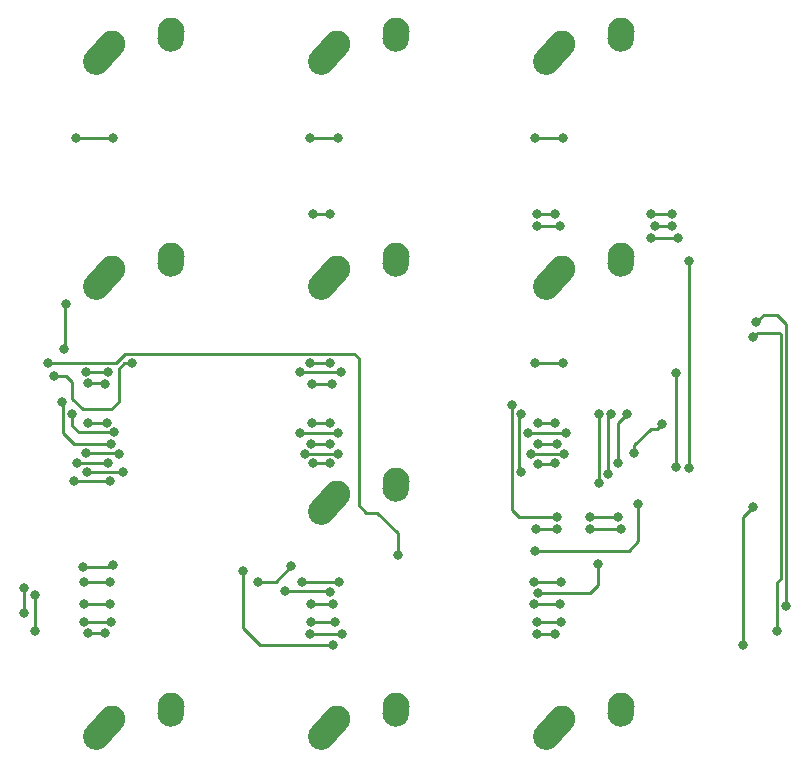
<source format=gbl>
G04 #@! TF.GenerationSoftware,KiCad,Pcbnew,(6.0.9)*
G04 #@! TF.CreationDate,2022-12-29T20:25:28-06:00*
G04 #@! TF.ProjectId,Navigation Keys,4e617669-6761-4746-996f-6e204b657973,rev?*
G04 #@! TF.SameCoordinates,Original*
G04 #@! TF.FileFunction,Copper,L2,Bot*
G04 #@! TF.FilePolarity,Positive*
%FSLAX46Y46*%
G04 Gerber Fmt 4.6, Leading zero omitted, Abs format (unit mm)*
G04 Created by KiCad (PCBNEW (6.0.9)) date 2022-12-29 20:25:28*
%MOMM*%
%LPD*%
G01*
G04 APERTURE LIST*
G04 Aperture macros list*
%AMHorizOval*
0 Thick line with rounded ends*
0 $1 width*
0 $2 $3 position (X,Y) of the first rounded end (center of the circle)*
0 $4 $5 position (X,Y) of the second rounded end (center of the circle)*
0 Add line between two ends*
20,1,$1,$2,$3,$4,$5,0*
0 Add two circle primitives to create the rounded ends*
1,1,$1,$2,$3*
1,1,$1,$4,$5*%
G04 Aperture macros list end*
G04 #@! TA.AperFunction,ComponentPad*
%ADD10C,2.250000*%
G04 #@! TD*
G04 #@! TA.AperFunction,ComponentPad*
%ADD11HorizOval,2.250000X0.655001X0.730000X-0.655001X-0.730000X0*%
G04 #@! TD*
G04 #@! TA.AperFunction,ComponentPad*
%ADD12HorizOval,2.250000X0.020000X0.290000X-0.020000X-0.290000X0*%
G04 #@! TD*
G04 #@! TA.AperFunction,ViaPad*
%ADD13C,0.800000*%
G04 #@! TD*
G04 #@! TA.AperFunction,Conductor*
%ADD14C,0.250000*%
G04 #@! TD*
G04 APERTURE END LIST*
D10*
X188793750Y-123793750D03*
D11*
X188138751Y-124523750D03*
D12*
X193813750Y-123003750D03*
D10*
X193833750Y-122713750D03*
X150693750Y-66643750D03*
D11*
X150038751Y-67373750D03*
D12*
X155713750Y-65853750D03*
D10*
X155733750Y-65563750D03*
D11*
X188138751Y-67373750D03*
D10*
X188793750Y-66643750D03*
D12*
X193813750Y-65853750D03*
D10*
X193833750Y-65563750D03*
D11*
X169088751Y-67373750D03*
D10*
X169743750Y-66643750D03*
X174783750Y-65563750D03*
D12*
X174763750Y-65853750D03*
D10*
X150693750Y-123793750D03*
D11*
X150038751Y-124523750D03*
D12*
X155713750Y-123003750D03*
D10*
X155733750Y-122713750D03*
D11*
X150038751Y-86423750D03*
D10*
X150693750Y-85693750D03*
X155733750Y-84613750D03*
D12*
X155713750Y-84903750D03*
D11*
X169088751Y-86423750D03*
D10*
X169743750Y-85693750D03*
D12*
X174763750Y-84903750D03*
D10*
X174783750Y-84613750D03*
D11*
X188138751Y-86423750D03*
D10*
X188793750Y-85693750D03*
D12*
X193813750Y-84903750D03*
D10*
X193833750Y-84613750D03*
D11*
X169088751Y-105473750D03*
D10*
X169743750Y-104743750D03*
X174783750Y-103663750D03*
D12*
X174763750Y-103953750D03*
D11*
X169088751Y-124523750D03*
D10*
X169743750Y-123793750D03*
D12*
X174763750Y-123003750D03*
D10*
X174783750Y-122713750D03*
D13*
X186531250Y-74612500D03*
X199517000Y-84963000D03*
X147637500Y-74612500D03*
X146812000Y-88646000D03*
X167481250Y-74612500D03*
X146680701Y-92460299D03*
X169862500Y-74612500D03*
X199517000Y-102489000D03*
X188912500Y-74612500D03*
X150812500Y-74612500D03*
X167481250Y-93662500D03*
X169158250Y-93662500D03*
X198437500Y-94456250D03*
X188912500Y-93662500D03*
X152400000Y-93662500D03*
X186531250Y-93662500D03*
X145796000Y-94742000D03*
X198437500Y-102443250D03*
X186531250Y-109537500D03*
X195262500Y-105568750D03*
X145288000Y-93599000D03*
X174879000Y-109855000D03*
X204089000Y-117475000D03*
X204978000Y-105791000D03*
X169418000Y-114046000D03*
X148336000Y-114046000D03*
X167513000Y-114046000D03*
X186436000Y-114046000D03*
X150495000Y-114046000D03*
X188595000Y-114046000D03*
X188722000Y-115570000D03*
X207776299Y-114177299D03*
X143256000Y-112649000D03*
X148336000Y-115570000D03*
X143256000Y-114808000D03*
X186690000Y-115570000D03*
X205232000Y-90170000D03*
X167513000Y-115570000D03*
X169545000Y-115570000D03*
X150622000Y-115570000D03*
X170180000Y-116586000D03*
X186690000Y-116586000D03*
X204978000Y-91443250D03*
X167456326Y-116567894D03*
X144145000Y-116294500D03*
X188214000Y-116586000D03*
X150108250Y-116515788D03*
X144145000Y-113321500D03*
X148659250Y-116515788D03*
X207010000Y-116294500D03*
X167709250Y-81026000D03*
X196342000Y-81026000D03*
X198146000Y-81042497D03*
X186690000Y-81026000D03*
X169158250Y-81026000D03*
X188208250Y-81026000D03*
X163068000Y-112141000D03*
X188595000Y-82042000D03*
X198146000Y-82042000D03*
X148336000Y-112141000D03*
X186690000Y-82042000D03*
X165866299Y-110866701D03*
X150495000Y-112141000D03*
X196697000Y-82042000D03*
X169418000Y-117475000D03*
X161798000Y-111252000D03*
X148209000Y-110871000D03*
X150749000Y-110744000D03*
X198628000Y-83058000D03*
X196342000Y-83058000D03*
X147447000Y-103632000D03*
X191897000Y-97954500D03*
X169164000Y-113030000D03*
X186759250Y-113086788D03*
X191897000Y-103759000D03*
X150495000Y-103632000D03*
X191829200Y-110676200D03*
X165354000Y-112903000D03*
X192659000Y-102997000D03*
X186436000Y-112141000D03*
X169926000Y-112141000D03*
X166751000Y-112141000D03*
X151638000Y-102870000D03*
X192913000Y-97917000D03*
X148590000Y-102870000D03*
X188722000Y-112141000D03*
X169158250Y-102113099D03*
X150368000Y-102108000D03*
X147701000Y-102108000D03*
X188214000Y-102108000D03*
X194310000Y-97954500D03*
X186736424Y-102177636D03*
X167709250Y-102108000D03*
X193548000Y-102070500D03*
X167005000Y-101346000D03*
X148463000Y-101219000D03*
X197231000Y-98806000D03*
X186182000Y-101346000D03*
X188976000Y-101346000D03*
X169799000Y-101346000D03*
X194940701Y-101223299D03*
X151257000Y-101346000D03*
X167640000Y-98679000D03*
X150241000Y-98679000D03*
X186759250Y-98679000D03*
X169164000Y-98679000D03*
X188214000Y-98679000D03*
X148659250Y-98679000D03*
X147320000Y-97994250D03*
X150880866Y-99446839D03*
X189103000Y-99568000D03*
X169799000Y-99568000D03*
X166624000Y-99568000D03*
X185928000Y-99568000D03*
X146431000Y-96901000D03*
X150622000Y-100457000D03*
X169164000Y-100457000D03*
X167513000Y-100457000D03*
X188341000Y-100457000D03*
X186759250Y-100457000D03*
X169291000Y-95377000D03*
X167640000Y-95377000D03*
X150114000Y-95377000D03*
X184568500Y-97227774D03*
X193548000Y-106680000D03*
X188341000Y-106680000D03*
X148659250Y-95341045D03*
X191172500Y-106680000D03*
X170053000Y-94387000D03*
X185293000Y-102902136D03*
X191135000Y-107696000D03*
X193802000Y-107696000D03*
X148463000Y-94361000D03*
X188341000Y-107696000D03*
X186563000Y-107696000D03*
X166624000Y-94387000D03*
X185293000Y-97954500D03*
X150342000Y-94387000D03*
D14*
X146685000Y-88773000D02*
X146812000Y-88646000D01*
X199517000Y-85217000D02*
X199517000Y-84963000D01*
X188912500Y-74612500D02*
X186531250Y-74612500D01*
X146680701Y-92460299D02*
X146685000Y-92456000D01*
X146685000Y-92456000D02*
X146685000Y-89535000D01*
X147637500Y-74612500D02*
X150812500Y-74612500D01*
X169862500Y-74612500D02*
X167481250Y-74612500D01*
X199517000Y-102489000D02*
X199517000Y-85217000D01*
X146685000Y-89535000D02*
X146685000Y-88773000D01*
X151257000Y-96901000D02*
X151257000Y-96012000D01*
X169158250Y-93662500D02*
X167481250Y-93662500D01*
X151257000Y-96012000D02*
X151257000Y-94107000D01*
X148209000Y-97536000D02*
X148590000Y-97536000D01*
X151701500Y-93662500D02*
X152400000Y-93662500D01*
X147320000Y-95250000D02*
X147320000Y-96647000D01*
X148590000Y-97536000D02*
X150622000Y-97536000D01*
X147320000Y-96647000D02*
X148209000Y-97536000D01*
X150622000Y-97536000D02*
X151257000Y-96901000D01*
X146812000Y-94742000D02*
X147066000Y-94996000D01*
X198437500Y-102443250D02*
X198437500Y-94456250D01*
X188912500Y-93662500D02*
X186531250Y-93662500D01*
X145796000Y-94742000D02*
X146812000Y-94742000D01*
X151257000Y-94107000D02*
X151701500Y-93662500D01*
X147066000Y-94996000D02*
X147320000Y-95250000D01*
X171577000Y-105664000D02*
X172212000Y-106299000D01*
X171196000Y-92837000D02*
X171577000Y-93218000D01*
X171577000Y-93218000D02*
X171577000Y-105664000D01*
X151765000Y-92837000D02*
X156464000Y-92837000D01*
X172212000Y-106299000D02*
X172974000Y-106299000D01*
X151257000Y-93345000D02*
X151765000Y-92837000D01*
X174879000Y-108028867D02*
X174879000Y-109093000D01*
X156464000Y-92837000D02*
X171196000Y-92837000D01*
X145288000Y-93599000D02*
X151003000Y-93599000D01*
X174879000Y-109093000D02*
X174879000Y-109855000D01*
X173149133Y-106299000D02*
X174879000Y-108028867D01*
X195262500Y-108743750D02*
X194468750Y-109537500D01*
X194468750Y-109537500D02*
X186531250Y-109537500D01*
X172974000Y-106299000D02*
X173149133Y-106299000D01*
X195262500Y-105568750D02*
X195262500Y-108743750D01*
X151003000Y-93599000D02*
X151257000Y-93345000D01*
X204978000Y-105791000D02*
X204089000Y-106680000D01*
X204089000Y-106680000D02*
X204089000Y-117475000D01*
X204089000Y-117602000D02*
X204089000Y-117475000D01*
X188595000Y-114046000D02*
X186436000Y-114046000D01*
X169418000Y-114046000D02*
X167513000Y-114046000D01*
X150495000Y-114046000D02*
X148336000Y-114046000D01*
X205232000Y-90170000D02*
X205867000Y-89535000D01*
X186690000Y-115570000D02*
X188722000Y-115570000D01*
X167513000Y-115570000D02*
X169545000Y-115570000D01*
X205867000Y-89535000D02*
X207010000Y-89535000D01*
X207776299Y-90301299D02*
X207776299Y-114177299D01*
X148336000Y-115570000D02*
X150622000Y-115570000D01*
X207010000Y-89535000D02*
X207776299Y-90301299D01*
X143256000Y-112649000D02*
X143256000Y-114808000D01*
X170161894Y-116567894D02*
X170180000Y-116586000D01*
X207326299Y-91186000D02*
X207326299Y-111887000D01*
X144145000Y-113321500D02*
X144145000Y-116078000D01*
X205362250Y-91059000D02*
X207199299Y-91059000D01*
X204978000Y-91443250D02*
X205362250Y-91059000D01*
X207199299Y-91059000D02*
X207326299Y-91186000D01*
X207010000Y-112203299D02*
X207010000Y-116294500D01*
X148659250Y-116515788D02*
X150057212Y-116515788D01*
X144145000Y-116078000D02*
X144145000Y-116294500D01*
X186690000Y-116586000D02*
X188214000Y-116586000D01*
X207326299Y-111887000D02*
X207010000Y-112203299D01*
X167456326Y-116567894D02*
X170161894Y-116567894D01*
X198146000Y-81042497D02*
X196358497Y-81042497D01*
X196358497Y-81042497D02*
X196342000Y-81026000D01*
X169158250Y-81026000D02*
X167709250Y-81026000D01*
X188208250Y-81026000D02*
X186690000Y-81026000D01*
X148336000Y-112141000D02*
X150495000Y-112141000D01*
X188595000Y-82042000D02*
X186690000Y-82042000D01*
X163068000Y-112141000D02*
X164592000Y-112141000D01*
X198146000Y-82042000D02*
X196697000Y-82042000D01*
X164592000Y-112141000D02*
X165866299Y-110866701D01*
X163068000Y-117348000D02*
X163195000Y-117475000D01*
X163195000Y-117475000D02*
X169418000Y-117475000D01*
X148209000Y-110871000D02*
X150622000Y-110871000D01*
X161798000Y-116078000D02*
X163068000Y-117348000D01*
X161798000Y-111252000D02*
X161798000Y-116078000D01*
X150622000Y-110871000D02*
X150749000Y-110744000D01*
X198628000Y-83058000D02*
X196342000Y-83058000D01*
X191897000Y-97954500D02*
X191897000Y-103759000D01*
X186759250Y-113086788D02*
X191196612Y-113086788D01*
X147447000Y-103632000D02*
X150495000Y-103632000D01*
X169037000Y-112903000D02*
X169164000Y-113030000D01*
X191829200Y-110676200D02*
X191829200Y-112454200D01*
X165354000Y-112903000D02*
X169037000Y-112903000D01*
X191196612Y-113086788D02*
X191829200Y-112454200D01*
X188722000Y-112141000D02*
X186436000Y-112141000D01*
X192913000Y-97917000D02*
X192659000Y-98171000D01*
X192659000Y-98171000D02*
X192659000Y-102997000D01*
X151638000Y-102870000D02*
X148590000Y-102870000D01*
X169926000Y-112141000D02*
X166751000Y-112141000D01*
X167709250Y-102108000D02*
X169153151Y-102108000D01*
X147701000Y-102108000D02*
X150368000Y-102108000D01*
X169153151Y-102108000D02*
X169158250Y-102113099D01*
X193548000Y-98716500D02*
X194310000Y-97954500D01*
X186736424Y-102177636D02*
X188144364Y-102177636D01*
X188144364Y-102177636D02*
X188214000Y-102108000D01*
X193548000Y-102070500D02*
X193548000Y-98716500D01*
X151130000Y-101219000D02*
X151257000Y-101346000D01*
X148463000Y-101219000D02*
X151130000Y-101219000D01*
X167005000Y-101346000D02*
X169799000Y-101346000D01*
X186182000Y-101346000D02*
X188976000Y-101346000D01*
X194940701Y-100588299D02*
X194940701Y-101223299D01*
X196850000Y-99187000D02*
X196342000Y-99187000D01*
X196342000Y-99187000D02*
X194940701Y-100588299D01*
X197231000Y-98806000D02*
X196850000Y-99187000D01*
X186759250Y-98679000D02*
X188214000Y-98679000D01*
X167640000Y-98679000D02*
X169164000Y-98679000D01*
X148659250Y-98679000D02*
X150241000Y-98679000D01*
X147320000Y-98933000D02*
X147320000Y-98298000D01*
X150880866Y-99446839D02*
X147833839Y-99446839D01*
X147701000Y-99314000D02*
X147320000Y-98933000D01*
X147320000Y-98298000D02*
X147320000Y-97994250D01*
X169799000Y-99568000D02*
X166624000Y-99568000D01*
X147833839Y-99446839D02*
X147701000Y-99314000D01*
X189103000Y-99568000D02*
X185928000Y-99568000D01*
X150880866Y-99446839D02*
X150877277Y-99443250D01*
X146812000Y-99822000D02*
X146558000Y-99568000D01*
X150622000Y-100457000D02*
X147447000Y-100457000D01*
X188341000Y-100457000D02*
X186759250Y-100457000D01*
X169164000Y-100457000D02*
X167513000Y-100457000D01*
X146558000Y-99568000D02*
X146558000Y-97028000D01*
X146558000Y-97028000D02*
X146431000Y-96901000D01*
X147447000Y-100457000D02*
X146812000Y-99822000D01*
X185166000Y-106680000D02*
X184568500Y-106082500D01*
X193548000Y-106680000D02*
X191172500Y-106680000D01*
X184568500Y-106082500D02*
X184568500Y-97227774D01*
X188341000Y-106680000D02*
X185166000Y-106680000D01*
X150078045Y-95341045D02*
X150114000Y-95377000D01*
X148659250Y-95341045D02*
X150078045Y-95341045D01*
X167640000Y-95377000D02*
X169291000Y-95377000D01*
X148489000Y-94387000D02*
X148463000Y-94361000D01*
X193802000Y-107696000D02*
X191135000Y-107696000D01*
X185203000Y-98044500D02*
X185293000Y-97954500D01*
X170053000Y-94387000D02*
X166624000Y-94387000D01*
X185203000Y-102812136D02*
X185203000Y-98044500D01*
X150342000Y-94387000D02*
X148489000Y-94387000D01*
X185293000Y-102902136D02*
X185203000Y-102812136D01*
X188341000Y-107696000D02*
X186563000Y-107696000D01*
M02*

</source>
